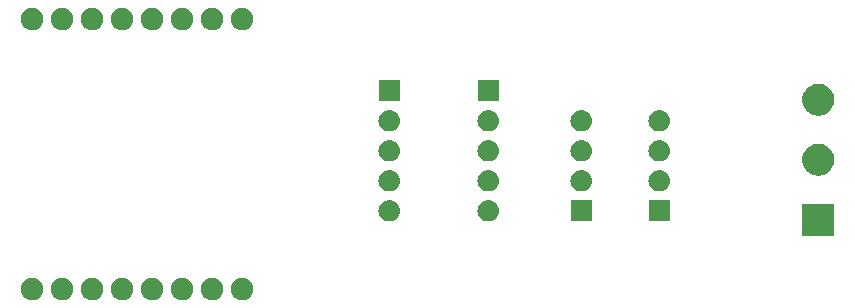
<source format=gbr>
%TF.GenerationSoftware,KiCad,Pcbnew,(5.0.2)-1*%
%TF.CreationDate,2021-01-29T10:22:33+01:00*%
%TF.ProjectId,radar_d1_mini_pcb,72616461-725f-4643-915f-6d696e695f70,rev?*%
%TF.SameCoordinates,Original*%
%TF.FileFunction,Soldermask,Bot*%
%TF.FilePolarity,Negative*%
%FSLAX46Y46*%
G04 Gerber Fmt 4.6, Leading zero omitted, Abs format (unit mm)*
G04 Created by KiCad (PCBNEW (5.0.2)-1) date 29/01/2021 10:22:33*
%MOMM*%
%LPD*%
G01*
G04 APERTURE LIST*
%ADD10C,0.100000*%
G04 APERTURE END LIST*
D10*
G36*
X106449396Y-138531546D02*
X106622466Y-138603234D01*
X106778230Y-138707312D01*
X106910688Y-138839770D01*
X107014766Y-138995534D01*
X107086454Y-139168604D01*
X107123000Y-139352333D01*
X107123000Y-139539667D01*
X107086454Y-139723396D01*
X107014766Y-139896466D01*
X106910688Y-140052230D01*
X106778230Y-140184688D01*
X106622466Y-140288766D01*
X106449396Y-140360454D01*
X106265667Y-140397000D01*
X106078333Y-140397000D01*
X105894604Y-140360454D01*
X105721534Y-140288766D01*
X105565770Y-140184688D01*
X105433312Y-140052230D01*
X105329234Y-139896466D01*
X105257546Y-139723396D01*
X105221000Y-139539667D01*
X105221000Y-139352333D01*
X105257546Y-139168604D01*
X105329234Y-138995534D01*
X105433312Y-138839770D01*
X105565770Y-138707312D01*
X105721534Y-138603234D01*
X105894604Y-138531546D01*
X106078333Y-138495000D01*
X106265667Y-138495000D01*
X106449396Y-138531546D01*
X106449396Y-138531546D01*
G37*
G36*
X108989396Y-138531546D02*
X109162466Y-138603234D01*
X109318230Y-138707312D01*
X109450688Y-138839770D01*
X109554766Y-138995534D01*
X109626454Y-139168604D01*
X109663000Y-139352333D01*
X109663000Y-139539667D01*
X109626454Y-139723396D01*
X109554766Y-139896466D01*
X109450688Y-140052230D01*
X109318230Y-140184688D01*
X109162466Y-140288766D01*
X108989396Y-140360454D01*
X108805667Y-140397000D01*
X108618333Y-140397000D01*
X108434604Y-140360454D01*
X108261534Y-140288766D01*
X108105770Y-140184688D01*
X107973312Y-140052230D01*
X107869234Y-139896466D01*
X107797546Y-139723396D01*
X107761000Y-139539667D01*
X107761000Y-139352333D01*
X107797546Y-139168604D01*
X107869234Y-138995534D01*
X107973312Y-138839770D01*
X108105770Y-138707312D01*
X108261534Y-138603234D01*
X108434604Y-138531546D01*
X108618333Y-138495000D01*
X108805667Y-138495000D01*
X108989396Y-138531546D01*
X108989396Y-138531546D01*
G37*
G36*
X111529396Y-138531546D02*
X111702466Y-138603234D01*
X111858230Y-138707312D01*
X111990688Y-138839770D01*
X112094766Y-138995534D01*
X112166454Y-139168604D01*
X112203000Y-139352333D01*
X112203000Y-139539667D01*
X112166454Y-139723396D01*
X112094766Y-139896466D01*
X111990688Y-140052230D01*
X111858230Y-140184688D01*
X111702466Y-140288766D01*
X111529396Y-140360454D01*
X111345667Y-140397000D01*
X111158333Y-140397000D01*
X110974604Y-140360454D01*
X110801534Y-140288766D01*
X110645770Y-140184688D01*
X110513312Y-140052230D01*
X110409234Y-139896466D01*
X110337546Y-139723396D01*
X110301000Y-139539667D01*
X110301000Y-139352333D01*
X110337546Y-139168604D01*
X110409234Y-138995534D01*
X110513312Y-138839770D01*
X110645770Y-138707312D01*
X110801534Y-138603234D01*
X110974604Y-138531546D01*
X111158333Y-138495000D01*
X111345667Y-138495000D01*
X111529396Y-138531546D01*
X111529396Y-138531546D01*
G37*
G36*
X114069396Y-138531546D02*
X114242466Y-138603234D01*
X114398230Y-138707312D01*
X114530688Y-138839770D01*
X114634766Y-138995534D01*
X114706454Y-139168604D01*
X114743000Y-139352333D01*
X114743000Y-139539667D01*
X114706454Y-139723396D01*
X114634766Y-139896466D01*
X114530688Y-140052230D01*
X114398230Y-140184688D01*
X114242466Y-140288766D01*
X114069396Y-140360454D01*
X113885667Y-140397000D01*
X113698333Y-140397000D01*
X113514604Y-140360454D01*
X113341534Y-140288766D01*
X113185770Y-140184688D01*
X113053312Y-140052230D01*
X112949234Y-139896466D01*
X112877546Y-139723396D01*
X112841000Y-139539667D01*
X112841000Y-139352333D01*
X112877546Y-139168604D01*
X112949234Y-138995534D01*
X113053312Y-138839770D01*
X113185770Y-138707312D01*
X113341534Y-138603234D01*
X113514604Y-138531546D01*
X113698333Y-138495000D01*
X113885667Y-138495000D01*
X114069396Y-138531546D01*
X114069396Y-138531546D01*
G37*
G36*
X116609396Y-138531546D02*
X116782466Y-138603234D01*
X116938230Y-138707312D01*
X117070688Y-138839770D01*
X117174766Y-138995534D01*
X117246454Y-139168604D01*
X117283000Y-139352333D01*
X117283000Y-139539667D01*
X117246454Y-139723396D01*
X117174766Y-139896466D01*
X117070688Y-140052230D01*
X116938230Y-140184688D01*
X116782466Y-140288766D01*
X116609396Y-140360454D01*
X116425667Y-140397000D01*
X116238333Y-140397000D01*
X116054604Y-140360454D01*
X115881534Y-140288766D01*
X115725770Y-140184688D01*
X115593312Y-140052230D01*
X115489234Y-139896466D01*
X115417546Y-139723396D01*
X115381000Y-139539667D01*
X115381000Y-139352333D01*
X115417546Y-139168604D01*
X115489234Y-138995534D01*
X115593312Y-138839770D01*
X115725770Y-138707312D01*
X115881534Y-138603234D01*
X116054604Y-138531546D01*
X116238333Y-138495000D01*
X116425667Y-138495000D01*
X116609396Y-138531546D01*
X116609396Y-138531546D01*
G37*
G36*
X119149396Y-138531546D02*
X119322466Y-138603234D01*
X119478230Y-138707312D01*
X119610688Y-138839770D01*
X119714766Y-138995534D01*
X119786454Y-139168604D01*
X119823000Y-139352333D01*
X119823000Y-139539667D01*
X119786454Y-139723396D01*
X119714766Y-139896466D01*
X119610688Y-140052230D01*
X119478230Y-140184688D01*
X119322466Y-140288766D01*
X119149396Y-140360454D01*
X118965667Y-140397000D01*
X118778333Y-140397000D01*
X118594604Y-140360454D01*
X118421534Y-140288766D01*
X118265770Y-140184688D01*
X118133312Y-140052230D01*
X118029234Y-139896466D01*
X117957546Y-139723396D01*
X117921000Y-139539667D01*
X117921000Y-139352333D01*
X117957546Y-139168604D01*
X118029234Y-138995534D01*
X118133312Y-138839770D01*
X118265770Y-138707312D01*
X118421534Y-138603234D01*
X118594604Y-138531546D01*
X118778333Y-138495000D01*
X118965667Y-138495000D01*
X119149396Y-138531546D01*
X119149396Y-138531546D01*
G37*
G36*
X124229396Y-138531546D02*
X124402466Y-138603234D01*
X124558230Y-138707312D01*
X124690688Y-138839770D01*
X124794766Y-138995534D01*
X124866454Y-139168604D01*
X124903000Y-139352333D01*
X124903000Y-139539667D01*
X124866454Y-139723396D01*
X124794766Y-139896466D01*
X124690688Y-140052230D01*
X124558230Y-140184688D01*
X124402466Y-140288766D01*
X124229396Y-140360454D01*
X124045667Y-140397000D01*
X123858333Y-140397000D01*
X123674604Y-140360454D01*
X123501534Y-140288766D01*
X123345770Y-140184688D01*
X123213312Y-140052230D01*
X123109234Y-139896466D01*
X123037546Y-139723396D01*
X123001000Y-139539667D01*
X123001000Y-139352333D01*
X123037546Y-139168604D01*
X123109234Y-138995534D01*
X123213312Y-138839770D01*
X123345770Y-138707312D01*
X123501534Y-138603234D01*
X123674604Y-138531546D01*
X123858333Y-138495000D01*
X124045667Y-138495000D01*
X124229396Y-138531546D01*
X124229396Y-138531546D01*
G37*
G36*
X121689396Y-138531546D02*
X121862466Y-138603234D01*
X122018230Y-138707312D01*
X122150688Y-138839770D01*
X122254766Y-138995534D01*
X122326454Y-139168604D01*
X122363000Y-139352333D01*
X122363000Y-139539667D01*
X122326454Y-139723396D01*
X122254766Y-139896466D01*
X122150688Y-140052230D01*
X122018230Y-140184688D01*
X121862466Y-140288766D01*
X121689396Y-140360454D01*
X121505667Y-140397000D01*
X121318333Y-140397000D01*
X121134604Y-140360454D01*
X120961534Y-140288766D01*
X120805770Y-140184688D01*
X120673312Y-140052230D01*
X120569234Y-139896466D01*
X120497546Y-139723396D01*
X120461000Y-139539667D01*
X120461000Y-139352333D01*
X120497546Y-139168604D01*
X120569234Y-138995534D01*
X120673312Y-138839770D01*
X120805770Y-138707312D01*
X120961534Y-138603234D01*
X121134604Y-138531546D01*
X121318333Y-138495000D01*
X121505667Y-138495000D01*
X121689396Y-138531546D01*
X121689396Y-138531546D01*
G37*
G36*
X174071000Y-134955000D02*
X171369000Y-134955000D01*
X171369000Y-132253000D01*
X174071000Y-132253000D01*
X174071000Y-134955000D01*
X174071000Y-134955000D01*
G37*
G36*
X136508442Y-131947518D02*
X136574627Y-131954037D01*
X136687853Y-131988384D01*
X136744467Y-132005557D01*
X136883087Y-132079652D01*
X136900991Y-132089222D01*
X136936729Y-132118552D01*
X137038186Y-132201814D01*
X137121448Y-132303271D01*
X137150778Y-132339009D01*
X137150779Y-132339011D01*
X137234443Y-132495533D01*
X137234443Y-132495534D01*
X137285963Y-132665373D01*
X137303359Y-132842000D01*
X137285963Y-133018627D01*
X137251616Y-133131853D01*
X137234443Y-133188467D01*
X137160348Y-133327087D01*
X137150778Y-133344991D01*
X137121448Y-133380729D01*
X137038186Y-133482186D01*
X136936729Y-133565448D01*
X136900991Y-133594778D01*
X136900989Y-133594779D01*
X136744467Y-133678443D01*
X136687853Y-133695616D01*
X136574627Y-133729963D01*
X136508442Y-133736482D01*
X136442260Y-133743000D01*
X136353740Y-133743000D01*
X136287558Y-133736482D01*
X136221373Y-133729963D01*
X136108147Y-133695616D01*
X136051533Y-133678443D01*
X135895011Y-133594779D01*
X135895009Y-133594778D01*
X135859271Y-133565448D01*
X135757814Y-133482186D01*
X135674552Y-133380729D01*
X135645222Y-133344991D01*
X135635652Y-133327087D01*
X135561557Y-133188467D01*
X135544384Y-133131853D01*
X135510037Y-133018627D01*
X135492641Y-132842000D01*
X135510037Y-132665373D01*
X135561557Y-132495534D01*
X135561557Y-132495533D01*
X135645221Y-132339011D01*
X135645222Y-132339009D01*
X135674552Y-132303271D01*
X135757814Y-132201814D01*
X135859271Y-132118552D01*
X135895009Y-132089222D01*
X135912913Y-132079652D01*
X136051533Y-132005557D01*
X136108147Y-131988384D01*
X136221373Y-131954037D01*
X136287558Y-131947518D01*
X136353740Y-131941000D01*
X136442260Y-131941000D01*
X136508442Y-131947518D01*
X136508442Y-131947518D01*
G37*
G36*
X160159000Y-133743000D02*
X158357000Y-133743000D01*
X158357000Y-131941000D01*
X160159000Y-131941000D01*
X160159000Y-133743000D01*
X160159000Y-133743000D01*
G37*
G36*
X144890442Y-131947518D02*
X144956627Y-131954037D01*
X145069853Y-131988384D01*
X145126467Y-132005557D01*
X145265087Y-132079652D01*
X145282991Y-132089222D01*
X145318729Y-132118552D01*
X145420186Y-132201814D01*
X145503448Y-132303271D01*
X145532778Y-132339009D01*
X145532779Y-132339011D01*
X145616443Y-132495533D01*
X145616443Y-132495534D01*
X145667963Y-132665373D01*
X145685359Y-132842000D01*
X145667963Y-133018627D01*
X145633616Y-133131853D01*
X145616443Y-133188467D01*
X145542348Y-133327087D01*
X145532778Y-133344991D01*
X145503448Y-133380729D01*
X145420186Y-133482186D01*
X145318729Y-133565448D01*
X145282991Y-133594778D01*
X145282989Y-133594779D01*
X145126467Y-133678443D01*
X145069853Y-133695616D01*
X144956627Y-133729963D01*
X144890442Y-133736482D01*
X144824260Y-133743000D01*
X144735740Y-133743000D01*
X144669558Y-133736482D01*
X144603373Y-133729963D01*
X144490147Y-133695616D01*
X144433533Y-133678443D01*
X144277011Y-133594779D01*
X144277009Y-133594778D01*
X144241271Y-133565448D01*
X144139814Y-133482186D01*
X144056552Y-133380729D01*
X144027222Y-133344991D01*
X144017652Y-133327087D01*
X143943557Y-133188467D01*
X143926384Y-133131853D01*
X143892037Y-133018627D01*
X143874641Y-132842000D01*
X143892037Y-132665373D01*
X143943557Y-132495534D01*
X143943557Y-132495533D01*
X144027221Y-132339011D01*
X144027222Y-132339009D01*
X144056552Y-132303271D01*
X144139814Y-132201814D01*
X144241271Y-132118552D01*
X144277009Y-132089222D01*
X144294913Y-132079652D01*
X144433533Y-132005557D01*
X144490147Y-131988384D01*
X144603373Y-131954037D01*
X144669558Y-131947518D01*
X144735740Y-131941000D01*
X144824260Y-131941000D01*
X144890442Y-131947518D01*
X144890442Y-131947518D01*
G37*
G36*
X153555000Y-133743000D02*
X151753000Y-133743000D01*
X151753000Y-131941000D01*
X153555000Y-131941000D01*
X153555000Y-133743000D01*
X153555000Y-133743000D01*
G37*
G36*
X152764443Y-129407519D02*
X152830627Y-129414037D01*
X152943853Y-129448384D01*
X153000467Y-129465557D01*
X153139087Y-129539652D01*
X153156991Y-129549222D01*
X153192729Y-129578552D01*
X153294186Y-129661814D01*
X153377448Y-129763271D01*
X153406778Y-129799009D01*
X153406779Y-129799011D01*
X153490443Y-129955533D01*
X153490443Y-129955534D01*
X153541963Y-130125373D01*
X153559359Y-130302000D01*
X153541963Y-130478627D01*
X153507616Y-130591853D01*
X153490443Y-130648467D01*
X153416348Y-130787087D01*
X153406778Y-130804991D01*
X153377448Y-130840729D01*
X153294186Y-130942186D01*
X153192729Y-131025448D01*
X153156991Y-131054778D01*
X153156989Y-131054779D01*
X153000467Y-131138443D01*
X152943853Y-131155616D01*
X152830627Y-131189963D01*
X152764442Y-131196482D01*
X152698260Y-131203000D01*
X152609740Y-131203000D01*
X152543558Y-131196482D01*
X152477373Y-131189963D01*
X152364147Y-131155616D01*
X152307533Y-131138443D01*
X152151011Y-131054779D01*
X152151009Y-131054778D01*
X152115271Y-131025448D01*
X152013814Y-130942186D01*
X151930552Y-130840729D01*
X151901222Y-130804991D01*
X151891652Y-130787087D01*
X151817557Y-130648467D01*
X151800384Y-130591853D01*
X151766037Y-130478627D01*
X151748641Y-130302000D01*
X151766037Y-130125373D01*
X151817557Y-129955534D01*
X151817557Y-129955533D01*
X151901221Y-129799011D01*
X151901222Y-129799009D01*
X151930552Y-129763271D01*
X152013814Y-129661814D01*
X152115271Y-129578552D01*
X152151009Y-129549222D01*
X152168913Y-129539652D01*
X152307533Y-129465557D01*
X152364147Y-129448384D01*
X152477373Y-129414037D01*
X152543557Y-129407519D01*
X152609740Y-129401000D01*
X152698260Y-129401000D01*
X152764443Y-129407519D01*
X152764443Y-129407519D01*
G37*
G36*
X159368443Y-129407519D02*
X159434627Y-129414037D01*
X159547853Y-129448384D01*
X159604467Y-129465557D01*
X159743087Y-129539652D01*
X159760991Y-129549222D01*
X159796729Y-129578552D01*
X159898186Y-129661814D01*
X159981448Y-129763271D01*
X160010778Y-129799009D01*
X160010779Y-129799011D01*
X160094443Y-129955533D01*
X160094443Y-129955534D01*
X160145963Y-130125373D01*
X160163359Y-130302000D01*
X160145963Y-130478627D01*
X160111616Y-130591853D01*
X160094443Y-130648467D01*
X160020348Y-130787087D01*
X160010778Y-130804991D01*
X159981448Y-130840729D01*
X159898186Y-130942186D01*
X159796729Y-131025448D01*
X159760991Y-131054778D01*
X159760989Y-131054779D01*
X159604467Y-131138443D01*
X159547853Y-131155616D01*
X159434627Y-131189963D01*
X159368442Y-131196482D01*
X159302260Y-131203000D01*
X159213740Y-131203000D01*
X159147558Y-131196482D01*
X159081373Y-131189963D01*
X158968147Y-131155616D01*
X158911533Y-131138443D01*
X158755011Y-131054779D01*
X158755009Y-131054778D01*
X158719271Y-131025448D01*
X158617814Y-130942186D01*
X158534552Y-130840729D01*
X158505222Y-130804991D01*
X158495652Y-130787087D01*
X158421557Y-130648467D01*
X158404384Y-130591853D01*
X158370037Y-130478627D01*
X158352641Y-130302000D01*
X158370037Y-130125373D01*
X158421557Y-129955534D01*
X158421557Y-129955533D01*
X158505221Y-129799011D01*
X158505222Y-129799009D01*
X158534552Y-129763271D01*
X158617814Y-129661814D01*
X158719271Y-129578552D01*
X158755009Y-129549222D01*
X158772913Y-129539652D01*
X158911533Y-129465557D01*
X158968147Y-129448384D01*
X159081373Y-129414037D01*
X159147557Y-129407519D01*
X159213740Y-129401000D01*
X159302260Y-129401000D01*
X159368443Y-129407519D01*
X159368443Y-129407519D01*
G37*
G36*
X144890443Y-129407519D02*
X144956627Y-129414037D01*
X145069853Y-129448384D01*
X145126467Y-129465557D01*
X145265087Y-129539652D01*
X145282991Y-129549222D01*
X145318729Y-129578552D01*
X145420186Y-129661814D01*
X145503448Y-129763271D01*
X145532778Y-129799009D01*
X145532779Y-129799011D01*
X145616443Y-129955533D01*
X145616443Y-129955534D01*
X145667963Y-130125373D01*
X145685359Y-130302000D01*
X145667963Y-130478627D01*
X145633616Y-130591853D01*
X145616443Y-130648467D01*
X145542348Y-130787087D01*
X145532778Y-130804991D01*
X145503448Y-130840729D01*
X145420186Y-130942186D01*
X145318729Y-131025448D01*
X145282991Y-131054778D01*
X145282989Y-131054779D01*
X145126467Y-131138443D01*
X145069853Y-131155616D01*
X144956627Y-131189963D01*
X144890442Y-131196482D01*
X144824260Y-131203000D01*
X144735740Y-131203000D01*
X144669558Y-131196482D01*
X144603373Y-131189963D01*
X144490147Y-131155616D01*
X144433533Y-131138443D01*
X144277011Y-131054779D01*
X144277009Y-131054778D01*
X144241271Y-131025448D01*
X144139814Y-130942186D01*
X144056552Y-130840729D01*
X144027222Y-130804991D01*
X144017652Y-130787087D01*
X143943557Y-130648467D01*
X143926384Y-130591853D01*
X143892037Y-130478627D01*
X143874641Y-130302000D01*
X143892037Y-130125373D01*
X143943557Y-129955534D01*
X143943557Y-129955533D01*
X144027221Y-129799011D01*
X144027222Y-129799009D01*
X144056552Y-129763271D01*
X144139814Y-129661814D01*
X144241271Y-129578552D01*
X144277009Y-129549222D01*
X144294913Y-129539652D01*
X144433533Y-129465557D01*
X144490147Y-129448384D01*
X144603373Y-129414037D01*
X144669557Y-129407519D01*
X144735740Y-129401000D01*
X144824260Y-129401000D01*
X144890443Y-129407519D01*
X144890443Y-129407519D01*
G37*
G36*
X136508443Y-129407519D02*
X136574627Y-129414037D01*
X136687853Y-129448384D01*
X136744467Y-129465557D01*
X136883087Y-129539652D01*
X136900991Y-129549222D01*
X136936729Y-129578552D01*
X137038186Y-129661814D01*
X137121448Y-129763271D01*
X137150778Y-129799009D01*
X137150779Y-129799011D01*
X137234443Y-129955533D01*
X137234443Y-129955534D01*
X137285963Y-130125373D01*
X137303359Y-130302000D01*
X137285963Y-130478627D01*
X137251616Y-130591853D01*
X137234443Y-130648467D01*
X137160348Y-130787087D01*
X137150778Y-130804991D01*
X137121448Y-130840729D01*
X137038186Y-130942186D01*
X136936729Y-131025448D01*
X136900991Y-131054778D01*
X136900989Y-131054779D01*
X136744467Y-131138443D01*
X136687853Y-131155616D01*
X136574627Y-131189963D01*
X136508442Y-131196482D01*
X136442260Y-131203000D01*
X136353740Y-131203000D01*
X136287558Y-131196482D01*
X136221373Y-131189963D01*
X136108147Y-131155616D01*
X136051533Y-131138443D01*
X135895011Y-131054779D01*
X135895009Y-131054778D01*
X135859271Y-131025448D01*
X135757814Y-130942186D01*
X135674552Y-130840729D01*
X135645222Y-130804991D01*
X135635652Y-130787087D01*
X135561557Y-130648467D01*
X135544384Y-130591853D01*
X135510037Y-130478627D01*
X135492641Y-130302000D01*
X135510037Y-130125373D01*
X135561557Y-129955534D01*
X135561557Y-129955533D01*
X135645221Y-129799011D01*
X135645222Y-129799009D01*
X135674552Y-129763271D01*
X135757814Y-129661814D01*
X135859271Y-129578552D01*
X135895009Y-129549222D01*
X135912913Y-129539652D01*
X136051533Y-129465557D01*
X136108147Y-129448384D01*
X136221373Y-129414037D01*
X136287557Y-129407519D01*
X136353740Y-129401000D01*
X136442260Y-129401000D01*
X136508443Y-129407519D01*
X136508443Y-129407519D01*
G37*
G36*
X172983567Y-127198959D02*
X173114072Y-127224918D01*
X173359939Y-127326759D01*
X173580464Y-127474110D01*
X173581215Y-127474612D01*
X173769388Y-127662785D01*
X173769390Y-127662788D01*
X173917241Y-127884061D01*
X174019082Y-128129928D01*
X174071000Y-128390938D01*
X174071000Y-128657062D01*
X174019082Y-128918072D01*
X173917241Y-129163939D01*
X173769890Y-129384464D01*
X173769388Y-129385215D01*
X173581215Y-129573388D01*
X173581212Y-129573390D01*
X173359939Y-129721241D01*
X173114072Y-129823082D01*
X172983567Y-129849041D01*
X172853063Y-129875000D01*
X172586937Y-129875000D01*
X172456433Y-129849041D01*
X172325928Y-129823082D01*
X172080061Y-129721241D01*
X171858788Y-129573390D01*
X171858785Y-129573388D01*
X171670612Y-129385215D01*
X171670110Y-129384464D01*
X171522759Y-129163939D01*
X171420918Y-128918072D01*
X171369000Y-128657062D01*
X171369000Y-128390938D01*
X171420918Y-128129928D01*
X171522759Y-127884061D01*
X171670610Y-127662788D01*
X171670612Y-127662785D01*
X171858785Y-127474612D01*
X171859536Y-127474110D01*
X172080061Y-127326759D01*
X172325928Y-127224918D01*
X172456433Y-127198959D01*
X172586937Y-127173000D01*
X172853063Y-127173000D01*
X172983567Y-127198959D01*
X172983567Y-127198959D01*
G37*
G36*
X152764443Y-126867519D02*
X152830627Y-126874037D01*
X152943853Y-126908384D01*
X153000467Y-126925557D01*
X153139087Y-126999652D01*
X153156991Y-127009222D01*
X153192729Y-127038552D01*
X153294186Y-127121814D01*
X153377448Y-127223271D01*
X153406778Y-127259009D01*
X153406779Y-127259011D01*
X153490443Y-127415533D01*
X153490443Y-127415534D01*
X153541963Y-127585373D01*
X153559359Y-127762000D01*
X153541963Y-127938627D01*
X153507616Y-128051853D01*
X153490443Y-128108467D01*
X153478971Y-128129929D01*
X153406778Y-128264991D01*
X153377448Y-128300729D01*
X153294186Y-128402186D01*
X153192729Y-128485448D01*
X153156991Y-128514778D01*
X153156989Y-128514779D01*
X153000467Y-128598443D01*
X152943853Y-128615616D01*
X152830627Y-128649963D01*
X152764442Y-128656482D01*
X152698260Y-128663000D01*
X152609740Y-128663000D01*
X152543558Y-128656482D01*
X152477373Y-128649963D01*
X152364147Y-128615616D01*
X152307533Y-128598443D01*
X152151011Y-128514779D01*
X152151009Y-128514778D01*
X152115271Y-128485448D01*
X152013814Y-128402186D01*
X151930552Y-128300729D01*
X151901222Y-128264991D01*
X151829029Y-128129929D01*
X151817557Y-128108467D01*
X151800384Y-128051853D01*
X151766037Y-127938627D01*
X151748641Y-127762000D01*
X151766037Y-127585373D01*
X151817557Y-127415534D01*
X151817557Y-127415533D01*
X151901221Y-127259011D01*
X151901222Y-127259009D01*
X151930552Y-127223271D01*
X152013814Y-127121814D01*
X152115271Y-127038552D01*
X152151009Y-127009222D01*
X152168913Y-126999652D01*
X152307533Y-126925557D01*
X152364147Y-126908384D01*
X152477373Y-126874037D01*
X152543557Y-126867519D01*
X152609740Y-126861000D01*
X152698260Y-126861000D01*
X152764443Y-126867519D01*
X152764443Y-126867519D01*
G37*
G36*
X159368443Y-126867519D02*
X159434627Y-126874037D01*
X159547853Y-126908384D01*
X159604467Y-126925557D01*
X159743087Y-126999652D01*
X159760991Y-127009222D01*
X159796729Y-127038552D01*
X159898186Y-127121814D01*
X159981448Y-127223271D01*
X160010778Y-127259009D01*
X160010779Y-127259011D01*
X160094443Y-127415533D01*
X160094443Y-127415534D01*
X160145963Y-127585373D01*
X160163359Y-127762000D01*
X160145963Y-127938627D01*
X160111616Y-128051853D01*
X160094443Y-128108467D01*
X160082971Y-128129929D01*
X160010778Y-128264991D01*
X159981448Y-128300729D01*
X159898186Y-128402186D01*
X159796729Y-128485448D01*
X159760991Y-128514778D01*
X159760989Y-128514779D01*
X159604467Y-128598443D01*
X159547853Y-128615616D01*
X159434627Y-128649963D01*
X159368442Y-128656482D01*
X159302260Y-128663000D01*
X159213740Y-128663000D01*
X159147558Y-128656482D01*
X159081373Y-128649963D01*
X158968147Y-128615616D01*
X158911533Y-128598443D01*
X158755011Y-128514779D01*
X158755009Y-128514778D01*
X158719271Y-128485448D01*
X158617814Y-128402186D01*
X158534552Y-128300729D01*
X158505222Y-128264991D01*
X158433029Y-128129929D01*
X158421557Y-128108467D01*
X158404384Y-128051853D01*
X158370037Y-127938627D01*
X158352641Y-127762000D01*
X158370037Y-127585373D01*
X158421557Y-127415534D01*
X158421557Y-127415533D01*
X158505221Y-127259011D01*
X158505222Y-127259009D01*
X158534552Y-127223271D01*
X158617814Y-127121814D01*
X158719271Y-127038552D01*
X158755009Y-127009222D01*
X158772913Y-126999652D01*
X158911533Y-126925557D01*
X158968147Y-126908384D01*
X159081373Y-126874037D01*
X159147557Y-126867519D01*
X159213740Y-126861000D01*
X159302260Y-126861000D01*
X159368443Y-126867519D01*
X159368443Y-126867519D01*
G37*
G36*
X136508443Y-126867519D02*
X136574627Y-126874037D01*
X136687853Y-126908384D01*
X136744467Y-126925557D01*
X136883087Y-126999652D01*
X136900991Y-127009222D01*
X136936729Y-127038552D01*
X137038186Y-127121814D01*
X137121448Y-127223271D01*
X137150778Y-127259009D01*
X137150779Y-127259011D01*
X137234443Y-127415533D01*
X137234443Y-127415534D01*
X137285963Y-127585373D01*
X137303359Y-127762000D01*
X137285963Y-127938627D01*
X137251616Y-128051853D01*
X137234443Y-128108467D01*
X137222971Y-128129929D01*
X137150778Y-128264991D01*
X137121448Y-128300729D01*
X137038186Y-128402186D01*
X136936729Y-128485448D01*
X136900991Y-128514778D01*
X136900989Y-128514779D01*
X136744467Y-128598443D01*
X136687853Y-128615616D01*
X136574627Y-128649963D01*
X136508442Y-128656482D01*
X136442260Y-128663000D01*
X136353740Y-128663000D01*
X136287558Y-128656482D01*
X136221373Y-128649963D01*
X136108147Y-128615616D01*
X136051533Y-128598443D01*
X135895011Y-128514779D01*
X135895009Y-128514778D01*
X135859271Y-128485448D01*
X135757814Y-128402186D01*
X135674552Y-128300729D01*
X135645222Y-128264991D01*
X135573029Y-128129929D01*
X135561557Y-128108467D01*
X135544384Y-128051853D01*
X135510037Y-127938627D01*
X135492641Y-127762000D01*
X135510037Y-127585373D01*
X135561557Y-127415534D01*
X135561557Y-127415533D01*
X135645221Y-127259011D01*
X135645222Y-127259009D01*
X135674552Y-127223271D01*
X135757814Y-127121814D01*
X135859271Y-127038552D01*
X135895009Y-127009222D01*
X135912913Y-126999652D01*
X136051533Y-126925557D01*
X136108147Y-126908384D01*
X136221373Y-126874037D01*
X136287557Y-126867519D01*
X136353740Y-126861000D01*
X136442260Y-126861000D01*
X136508443Y-126867519D01*
X136508443Y-126867519D01*
G37*
G36*
X144890443Y-126867519D02*
X144956627Y-126874037D01*
X145069853Y-126908384D01*
X145126467Y-126925557D01*
X145265087Y-126999652D01*
X145282991Y-127009222D01*
X145318729Y-127038552D01*
X145420186Y-127121814D01*
X145503448Y-127223271D01*
X145532778Y-127259009D01*
X145532779Y-127259011D01*
X145616443Y-127415533D01*
X145616443Y-127415534D01*
X145667963Y-127585373D01*
X145685359Y-127762000D01*
X145667963Y-127938627D01*
X145633616Y-128051853D01*
X145616443Y-128108467D01*
X145604971Y-128129929D01*
X145532778Y-128264991D01*
X145503448Y-128300729D01*
X145420186Y-128402186D01*
X145318729Y-128485448D01*
X145282991Y-128514778D01*
X145282989Y-128514779D01*
X145126467Y-128598443D01*
X145069853Y-128615616D01*
X144956627Y-128649963D01*
X144890442Y-128656482D01*
X144824260Y-128663000D01*
X144735740Y-128663000D01*
X144669558Y-128656482D01*
X144603373Y-128649963D01*
X144490147Y-128615616D01*
X144433533Y-128598443D01*
X144277011Y-128514779D01*
X144277009Y-128514778D01*
X144241271Y-128485448D01*
X144139814Y-128402186D01*
X144056552Y-128300729D01*
X144027222Y-128264991D01*
X143955029Y-128129929D01*
X143943557Y-128108467D01*
X143926384Y-128051853D01*
X143892037Y-127938627D01*
X143874641Y-127762000D01*
X143892037Y-127585373D01*
X143943557Y-127415534D01*
X143943557Y-127415533D01*
X144027221Y-127259011D01*
X144027222Y-127259009D01*
X144056552Y-127223271D01*
X144139814Y-127121814D01*
X144241271Y-127038552D01*
X144277009Y-127009222D01*
X144294913Y-126999652D01*
X144433533Y-126925557D01*
X144490147Y-126908384D01*
X144603373Y-126874037D01*
X144669557Y-126867519D01*
X144735740Y-126861000D01*
X144824260Y-126861000D01*
X144890443Y-126867519D01*
X144890443Y-126867519D01*
G37*
G36*
X152764442Y-124327518D02*
X152830627Y-124334037D01*
X152943853Y-124368384D01*
X153000467Y-124385557D01*
X153139087Y-124459652D01*
X153156991Y-124469222D01*
X153192729Y-124498552D01*
X153294186Y-124581814D01*
X153377448Y-124683271D01*
X153406778Y-124719009D01*
X153406779Y-124719011D01*
X153490443Y-124875533D01*
X153490443Y-124875534D01*
X153541963Y-125045373D01*
X153559359Y-125222000D01*
X153541963Y-125398627D01*
X153507616Y-125511853D01*
X153490443Y-125568467D01*
X153416348Y-125707087D01*
X153406778Y-125724991D01*
X153377448Y-125760729D01*
X153294186Y-125862186D01*
X153192729Y-125945448D01*
X153156991Y-125974778D01*
X153156989Y-125974779D01*
X153000467Y-126058443D01*
X152943853Y-126075616D01*
X152830627Y-126109963D01*
X152764443Y-126116481D01*
X152698260Y-126123000D01*
X152609740Y-126123000D01*
X152543557Y-126116481D01*
X152477373Y-126109963D01*
X152364147Y-126075616D01*
X152307533Y-126058443D01*
X152151011Y-125974779D01*
X152151009Y-125974778D01*
X152115271Y-125945448D01*
X152013814Y-125862186D01*
X151930552Y-125760729D01*
X151901222Y-125724991D01*
X151891652Y-125707087D01*
X151817557Y-125568467D01*
X151800384Y-125511853D01*
X151766037Y-125398627D01*
X151748641Y-125222000D01*
X151766037Y-125045373D01*
X151817557Y-124875534D01*
X151817557Y-124875533D01*
X151901221Y-124719011D01*
X151901222Y-124719009D01*
X151930552Y-124683271D01*
X152013814Y-124581814D01*
X152115271Y-124498552D01*
X152151009Y-124469222D01*
X152168913Y-124459652D01*
X152307533Y-124385557D01*
X152364147Y-124368384D01*
X152477373Y-124334037D01*
X152543558Y-124327518D01*
X152609740Y-124321000D01*
X152698260Y-124321000D01*
X152764442Y-124327518D01*
X152764442Y-124327518D01*
G37*
G36*
X159368442Y-124327518D02*
X159434627Y-124334037D01*
X159547853Y-124368384D01*
X159604467Y-124385557D01*
X159743087Y-124459652D01*
X159760991Y-124469222D01*
X159796729Y-124498552D01*
X159898186Y-124581814D01*
X159981448Y-124683271D01*
X160010778Y-124719009D01*
X160010779Y-124719011D01*
X160094443Y-124875533D01*
X160094443Y-124875534D01*
X160145963Y-125045373D01*
X160163359Y-125222000D01*
X160145963Y-125398627D01*
X160111616Y-125511853D01*
X160094443Y-125568467D01*
X160020348Y-125707087D01*
X160010778Y-125724991D01*
X159981448Y-125760729D01*
X159898186Y-125862186D01*
X159796729Y-125945448D01*
X159760991Y-125974778D01*
X159760989Y-125974779D01*
X159604467Y-126058443D01*
X159547853Y-126075616D01*
X159434627Y-126109963D01*
X159368443Y-126116481D01*
X159302260Y-126123000D01*
X159213740Y-126123000D01*
X159147557Y-126116481D01*
X159081373Y-126109963D01*
X158968147Y-126075616D01*
X158911533Y-126058443D01*
X158755011Y-125974779D01*
X158755009Y-125974778D01*
X158719271Y-125945448D01*
X158617814Y-125862186D01*
X158534552Y-125760729D01*
X158505222Y-125724991D01*
X158495652Y-125707087D01*
X158421557Y-125568467D01*
X158404384Y-125511853D01*
X158370037Y-125398627D01*
X158352641Y-125222000D01*
X158370037Y-125045373D01*
X158421557Y-124875534D01*
X158421557Y-124875533D01*
X158505221Y-124719011D01*
X158505222Y-124719009D01*
X158534552Y-124683271D01*
X158617814Y-124581814D01*
X158719271Y-124498552D01*
X158755009Y-124469222D01*
X158772913Y-124459652D01*
X158911533Y-124385557D01*
X158968147Y-124368384D01*
X159081373Y-124334037D01*
X159147558Y-124327518D01*
X159213740Y-124321000D01*
X159302260Y-124321000D01*
X159368442Y-124327518D01*
X159368442Y-124327518D01*
G37*
G36*
X144890442Y-124327518D02*
X144956627Y-124334037D01*
X145069853Y-124368384D01*
X145126467Y-124385557D01*
X145265087Y-124459652D01*
X145282991Y-124469222D01*
X145318729Y-124498552D01*
X145420186Y-124581814D01*
X145503448Y-124683271D01*
X145532778Y-124719009D01*
X145532779Y-124719011D01*
X145616443Y-124875533D01*
X145616443Y-124875534D01*
X145667963Y-125045373D01*
X145685359Y-125222000D01*
X145667963Y-125398627D01*
X145633616Y-125511853D01*
X145616443Y-125568467D01*
X145542348Y-125707087D01*
X145532778Y-125724991D01*
X145503448Y-125760729D01*
X145420186Y-125862186D01*
X145318729Y-125945448D01*
X145282991Y-125974778D01*
X145282989Y-125974779D01*
X145126467Y-126058443D01*
X145069853Y-126075616D01*
X144956627Y-126109963D01*
X144890443Y-126116481D01*
X144824260Y-126123000D01*
X144735740Y-126123000D01*
X144669557Y-126116481D01*
X144603373Y-126109963D01*
X144490147Y-126075616D01*
X144433533Y-126058443D01*
X144277011Y-125974779D01*
X144277009Y-125974778D01*
X144241271Y-125945448D01*
X144139814Y-125862186D01*
X144056552Y-125760729D01*
X144027222Y-125724991D01*
X144017652Y-125707087D01*
X143943557Y-125568467D01*
X143926384Y-125511853D01*
X143892037Y-125398627D01*
X143874641Y-125222000D01*
X143892037Y-125045373D01*
X143943557Y-124875534D01*
X143943557Y-124875533D01*
X144027221Y-124719011D01*
X144027222Y-124719009D01*
X144056552Y-124683271D01*
X144139814Y-124581814D01*
X144241271Y-124498552D01*
X144277009Y-124469222D01*
X144294913Y-124459652D01*
X144433533Y-124385557D01*
X144490147Y-124368384D01*
X144603373Y-124334037D01*
X144669558Y-124327518D01*
X144735740Y-124321000D01*
X144824260Y-124321000D01*
X144890442Y-124327518D01*
X144890442Y-124327518D01*
G37*
G36*
X136508442Y-124327518D02*
X136574627Y-124334037D01*
X136687853Y-124368384D01*
X136744467Y-124385557D01*
X136883087Y-124459652D01*
X136900991Y-124469222D01*
X136936729Y-124498552D01*
X137038186Y-124581814D01*
X137121448Y-124683271D01*
X137150778Y-124719009D01*
X137150779Y-124719011D01*
X137234443Y-124875533D01*
X137234443Y-124875534D01*
X137285963Y-125045373D01*
X137303359Y-125222000D01*
X137285963Y-125398627D01*
X137251616Y-125511853D01*
X137234443Y-125568467D01*
X137160348Y-125707087D01*
X137150778Y-125724991D01*
X137121448Y-125760729D01*
X137038186Y-125862186D01*
X136936729Y-125945448D01*
X136900991Y-125974778D01*
X136900989Y-125974779D01*
X136744467Y-126058443D01*
X136687853Y-126075616D01*
X136574627Y-126109963D01*
X136508443Y-126116481D01*
X136442260Y-126123000D01*
X136353740Y-126123000D01*
X136287557Y-126116481D01*
X136221373Y-126109963D01*
X136108147Y-126075616D01*
X136051533Y-126058443D01*
X135895011Y-125974779D01*
X135895009Y-125974778D01*
X135859271Y-125945448D01*
X135757814Y-125862186D01*
X135674552Y-125760729D01*
X135645222Y-125724991D01*
X135635652Y-125707087D01*
X135561557Y-125568467D01*
X135544384Y-125511853D01*
X135510037Y-125398627D01*
X135492641Y-125222000D01*
X135510037Y-125045373D01*
X135561557Y-124875534D01*
X135561557Y-124875533D01*
X135645221Y-124719011D01*
X135645222Y-124719009D01*
X135674552Y-124683271D01*
X135757814Y-124581814D01*
X135859271Y-124498552D01*
X135895009Y-124469222D01*
X135912913Y-124459652D01*
X136051533Y-124385557D01*
X136108147Y-124368384D01*
X136221373Y-124334037D01*
X136287558Y-124327518D01*
X136353740Y-124321000D01*
X136442260Y-124321000D01*
X136508442Y-124327518D01*
X136508442Y-124327518D01*
G37*
G36*
X172983567Y-122118959D02*
X173114072Y-122144918D01*
X173359939Y-122246759D01*
X173580464Y-122394110D01*
X173581215Y-122394612D01*
X173769388Y-122582785D01*
X173769390Y-122582788D01*
X173917241Y-122804061D01*
X174019082Y-123049928D01*
X174071000Y-123310938D01*
X174071000Y-123577062D01*
X174019082Y-123838072D01*
X173917241Y-124083939D01*
X173769890Y-124304464D01*
X173769388Y-124305215D01*
X173581215Y-124493388D01*
X173581212Y-124493390D01*
X173359939Y-124641241D01*
X173114072Y-124743082D01*
X172983567Y-124769041D01*
X172853063Y-124795000D01*
X172586937Y-124795000D01*
X172456433Y-124769041D01*
X172325928Y-124743082D01*
X172080061Y-124641241D01*
X171858788Y-124493390D01*
X171858785Y-124493388D01*
X171670612Y-124305215D01*
X171670110Y-124304464D01*
X171522759Y-124083939D01*
X171420918Y-123838072D01*
X171369000Y-123577062D01*
X171369000Y-123310938D01*
X171420918Y-123049928D01*
X171522759Y-122804061D01*
X171670610Y-122582788D01*
X171670612Y-122582785D01*
X171858785Y-122394612D01*
X171859536Y-122394110D01*
X172080061Y-122246759D01*
X172325928Y-122144918D01*
X172456433Y-122118959D01*
X172586937Y-122093000D01*
X172853063Y-122093000D01*
X172983567Y-122118959D01*
X172983567Y-122118959D01*
G37*
G36*
X137299000Y-123583000D02*
X135497000Y-123583000D01*
X135497000Y-121781000D01*
X137299000Y-121781000D01*
X137299000Y-123583000D01*
X137299000Y-123583000D01*
G37*
G36*
X145681000Y-123583000D02*
X143879000Y-123583000D01*
X143879000Y-121781000D01*
X145681000Y-121781000D01*
X145681000Y-123583000D01*
X145681000Y-123583000D01*
G37*
G36*
X108989396Y-115671546D02*
X109162466Y-115743234D01*
X109318230Y-115847312D01*
X109450688Y-115979770D01*
X109554766Y-116135534D01*
X109626454Y-116308604D01*
X109663000Y-116492333D01*
X109663000Y-116679667D01*
X109626454Y-116863396D01*
X109554766Y-117036466D01*
X109450688Y-117192230D01*
X109318230Y-117324688D01*
X109162466Y-117428766D01*
X108989396Y-117500454D01*
X108805667Y-117537000D01*
X108618333Y-117537000D01*
X108434604Y-117500454D01*
X108261534Y-117428766D01*
X108105770Y-117324688D01*
X107973312Y-117192230D01*
X107869234Y-117036466D01*
X107797546Y-116863396D01*
X107761000Y-116679667D01*
X107761000Y-116492333D01*
X107797546Y-116308604D01*
X107869234Y-116135534D01*
X107973312Y-115979770D01*
X108105770Y-115847312D01*
X108261534Y-115743234D01*
X108434604Y-115671546D01*
X108618333Y-115635000D01*
X108805667Y-115635000D01*
X108989396Y-115671546D01*
X108989396Y-115671546D01*
G37*
G36*
X124229396Y-115671546D02*
X124402466Y-115743234D01*
X124558230Y-115847312D01*
X124690688Y-115979770D01*
X124794766Y-116135534D01*
X124866454Y-116308604D01*
X124903000Y-116492333D01*
X124903000Y-116679667D01*
X124866454Y-116863396D01*
X124794766Y-117036466D01*
X124690688Y-117192230D01*
X124558230Y-117324688D01*
X124402466Y-117428766D01*
X124229396Y-117500454D01*
X124045667Y-117537000D01*
X123858333Y-117537000D01*
X123674604Y-117500454D01*
X123501534Y-117428766D01*
X123345770Y-117324688D01*
X123213312Y-117192230D01*
X123109234Y-117036466D01*
X123037546Y-116863396D01*
X123001000Y-116679667D01*
X123001000Y-116492333D01*
X123037546Y-116308604D01*
X123109234Y-116135534D01*
X123213312Y-115979770D01*
X123345770Y-115847312D01*
X123501534Y-115743234D01*
X123674604Y-115671546D01*
X123858333Y-115635000D01*
X124045667Y-115635000D01*
X124229396Y-115671546D01*
X124229396Y-115671546D01*
G37*
G36*
X121689396Y-115671546D02*
X121862466Y-115743234D01*
X122018230Y-115847312D01*
X122150688Y-115979770D01*
X122254766Y-116135534D01*
X122326454Y-116308604D01*
X122363000Y-116492333D01*
X122363000Y-116679667D01*
X122326454Y-116863396D01*
X122254766Y-117036466D01*
X122150688Y-117192230D01*
X122018230Y-117324688D01*
X121862466Y-117428766D01*
X121689396Y-117500454D01*
X121505667Y-117537000D01*
X121318333Y-117537000D01*
X121134604Y-117500454D01*
X120961534Y-117428766D01*
X120805770Y-117324688D01*
X120673312Y-117192230D01*
X120569234Y-117036466D01*
X120497546Y-116863396D01*
X120461000Y-116679667D01*
X120461000Y-116492333D01*
X120497546Y-116308604D01*
X120569234Y-116135534D01*
X120673312Y-115979770D01*
X120805770Y-115847312D01*
X120961534Y-115743234D01*
X121134604Y-115671546D01*
X121318333Y-115635000D01*
X121505667Y-115635000D01*
X121689396Y-115671546D01*
X121689396Y-115671546D01*
G37*
G36*
X119149396Y-115671546D02*
X119322466Y-115743234D01*
X119478230Y-115847312D01*
X119610688Y-115979770D01*
X119714766Y-116135534D01*
X119786454Y-116308604D01*
X119823000Y-116492333D01*
X119823000Y-116679667D01*
X119786454Y-116863396D01*
X119714766Y-117036466D01*
X119610688Y-117192230D01*
X119478230Y-117324688D01*
X119322466Y-117428766D01*
X119149396Y-117500454D01*
X118965667Y-117537000D01*
X118778333Y-117537000D01*
X118594604Y-117500454D01*
X118421534Y-117428766D01*
X118265770Y-117324688D01*
X118133312Y-117192230D01*
X118029234Y-117036466D01*
X117957546Y-116863396D01*
X117921000Y-116679667D01*
X117921000Y-116492333D01*
X117957546Y-116308604D01*
X118029234Y-116135534D01*
X118133312Y-115979770D01*
X118265770Y-115847312D01*
X118421534Y-115743234D01*
X118594604Y-115671546D01*
X118778333Y-115635000D01*
X118965667Y-115635000D01*
X119149396Y-115671546D01*
X119149396Y-115671546D01*
G37*
G36*
X116609396Y-115671546D02*
X116782466Y-115743234D01*
X116938230Y-115847312D01*
X117070688Y-115979770D01*
X117174766Y-116135534D01*
X117246454Y-116308604D01*
X117283000Y-116492333D01*
X117283000Y-116679667D01*
X117246454Y-116863396D01*
X117174766Y-117036466D01*
X117070688Y-117192230D01*
X116938230Y-117324688D01*
X116782466Y-117428766D01*
X116609396Y-117500454D01*
X116425667Y-117537000D01*
X116238333Y-117537000D01*
X116054604Y-117500454D01*
X115881534Y-117428766D01*
X115725770Y-117324688D01*
X115593312Y-117192230D01*
X115489234Y-117036466D01*
X115417546Y-116863396D01*
X115381000Y-116679667D01*
X115381000Y-116492333D01*
X115417546Y-116308604D01*
X115489234Y-116135534D01*
X115593312Y-115979770D01*
X115725770Y-115847312D01*
X115881534Y-115743234D01*
X116054604Y-115671546D01*
X116238333Y-115635000D01*
X116425667Y-115635000D01*
X116609396Y-115671546D01*
X116609396Y-115671546D01*
G37*
G36*
X114069396Y-115671546D02*
X114242466Y-115743234D01*
X114398230Y-115847312D01*
X114530688Y-115979770D01*
X114634766Y-116135534D01*
X114706454Y-116308604D01*
X114743000Y-116492333D01*
X114743000Y-116679667D01*
X114706454Y-116863396D01*
X114634766Y-117036466D01*
X114530688Y-117192230D01*
X114398230Y-117324688D01*
X114242466Y-117428766D01*
X114069396Y-117500454D01*
X113885667Y-117537000D01*
X113698333Y-117537000D01*
X113514604Y-117500454D01*
X113341534Y-117428766D01*
X113185770Y-117324688D01*
X113053312Y-117192230D01*
X112949234Y-117036466D01*
X112877546Y-116863396D01*
X112841000Y-116679667D01*
X112841000Y-116492333D01*
X112877546Y-116308604D01*
X112949234Y-116135534D01*
X113053312Y-115979770D01*
X113185770Y-115847312D01*
X113341534Y-115743234D01*
X113514604Y-115671546D01*
X113698333Y-115635000D01*
X113885667Y-115635000D01*
X114069396Y-115671546D01*
X114069396Y-115671546D01*
G37*
G36*
X111529396Y-115671546D02*
X111702466Y-115743234D01*
X111858230Y-115847312D01*
X111990688Y-115979770D01*
X112094766Y-116135534D01*
X112166454Y-116308604D01*
X112203000Y-116492333D01*
X112203000Y-116679667D01*
X112166454Y-116863396D01*
X112094766Y-117036466D01*
X111990688Y-117192230D01*
X111858230Y-117324688D01*
X111702466Y-117428766D01*
X111529396Y-117500454D01*
X111345667Y-117537000D01*
X111158333Y-117537000D01*
X110974604Y-117500454D01*
X110801534Y-117428766D01*
X110645770Y-117324688D01*
X110513312Y-117192230D01*
X110409234Y-117036466D01*
X110337546Y-116863396D01*
X110301000Y-116679667D01*
X110301000Y-116492333D01*
X110337546Y-116308604D01*
X110409234Y-116135534D01*
X110513312Y-115979770D01*
X110645770Y-115847312D01*
X110801534Y-115743234D01*
X110974604Y-115671546D01*
X111158333Y-115635000D01*
X111345667Y-115635000D01*
X111529396Y-115671546D01*
X111529396Y-115671546D01*
G37*
G36*
X106449396Y-115671546D02*
X106622466Y-115743234D01*
X106778230Y-115847312D01*
X106910688Y-115979770D01*
X107014766Y-116135534D01*
X107086454Y-116308604D01*
X107123000Y-116492333D01*
X107123000Y-116679667D01*
X107086454Y-116863396D01*
X107014766Y-117036466D01*
X106910688Y-117192230D01*
X106778230Y-117324688D01*
X106622466Y-117428766D01*
X106449396Y-117500454D01*
X106265667Y-117537000D01*
X106078333Y-117537000D01*
X105894604Y-117500454D01*
X105721534Y-117428766D01*
X105565770Y-117324688D01*
X105433312Y-117192230D01*
X105329234Y-117036466D01*
X105257546Y-116863396D01*
X105221000Y-116679667D01*
X105221000Y-116492333D01*
X105257546Y-116308604D01*
X105329234Y-116135534D01*
X105433312Y-115979770D01*
X105565770Y-115847312D01*
X105721534Y-115743234D01*
X105894604Y-115671546D01*
X106078333Y-115635000D01*
X106265667Y-115635000D01*
X106449396Y-115671546D01*
X106449396Y-115671546D01*
G37*
M02*

</source>
